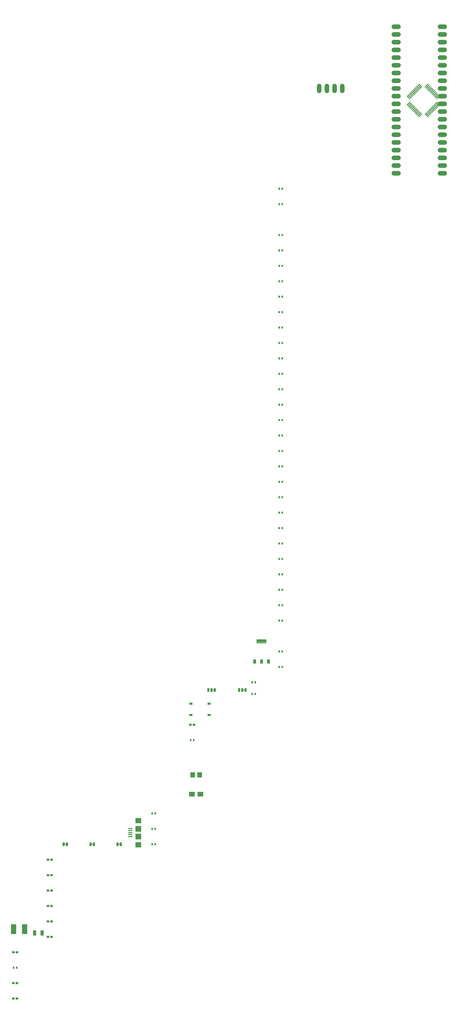
<source format=gbr>
G04 EAGLE Gerber RS-274X export*
G75*
%MOMM*%
%FSLAX34Y34*%
%LPD*%
%INTop Copper*%
%IPPOS*%
%AMOC8*
5,1,8,0,0,1.08239X$1,22.5*%
G01*
%ADD10C,1.524000*%
%ADD11C,0.140000*%
%ADD12R,0.600000X0.700000*%
%ADD13C,0.139500*%
%ADD14C,0.196500*%
%ADD15R,0.660400X1.270000*%
%ADD16R,1.000000X0.750000*%
%ADD17R,0.925000X0.740000*%
%ADD18R,1.550000X1.800000*%
%ADD19R,1.950000X1.500000*%
%ADD20R,1.400000X0.350000*%
%ADD21R,1.900000X1.800000*%
%ADD22R,1.900000X1.900000*%
%ADD23R,1.000000X1.800000*%
%ADD24R,1.700000X3.300000*%

G36*
X-577133Y-1677721D02*
X-577133Y-1677721D01*
X-577110Y-1677717D01*
X-577103Y-1677702D01*
X-577094Y-1677696D01*
X-577096Y-1677686D01*
X-577089Y-1677670D01*
X-577089Y-1675130D01*
X-577101Y-1675111D01*
X-577104Y-1675089D01*
X-577120Y-1675082D01*
X-577126Y-1675073D01*
X-577136Y-1675074D01*
X-577152Y-1675067D01*
X-586105Y-1675067D01*
X-586124Y-1675079D01*
X-586146Y-1675083D01*
X-586153Y-1675098D01*
X-586162Y-1675104D01*
X-586161Y-1675114D01*
X-586168Y-1675130D01*
X-586168Y-1677670D01*
X-586156Y-1677689D01*
X-586152Y-1677711D01*
X-586137Y-1677718D01*
X-586131Y-1677727D01*
X-586121Y-1677726D01*
X-586105Y-1677733D01*
X-577152Y-1677733D01*
X-577133Y-1677721D01*
G37*
G36*
X-475533Y-1677721D02*
X-475533Y-1677721D01*
X-475510Y-1677717D01*
X-475503Y-1677702D01*
X-475494Y-1677696D01*
X-475496Y-1677686D01*
X-475489Y-1677670D01*
X-475489Y-1675130D01*
X-475501Y-1675111D01*
X-475504Y-1675089D01*
X-475520Y-1675082D01*
X-475526Y-1675073D01*
X-475536Y-1675074D01*
X-475552Y-1675067D01*
X-484505Y-1675067D01*
X-484524Y-1675079D01*
X-484546Y-1675083D01*
X-484553Y-1675098D01*
X-484562Y-1675104D01*
X-484561Y-1675114D01*
X-484568Y-1675130D01*
X-484568Y-1677670D01*
X-484556Y-1677689D01*
X-484552Y-1677711D01*
X-484537Y-1677718D01*
X-484531Y-1677727D01*
X-484521Y-1677726D01*
X-484505Y-1677733D01*
X-475552Y-1677733D01*
X-475533Y-1677721D01*
G37*
G36*
X-1064940Y-2185721D02*
X-1064940Y-2185721D01*
X-1064917Y-2185717D01*
X-1064910Y-2185702D01*
X-1064901Y-2185696D01*
X-1064903Y-2185686D01*
X-1064896Y-2185670D01*
X-1064896Y-2183130D01*
X-1064908Y-2183111D01*
X-1064911Y-2183089D01*
X-1064927Y-2183082D01*
X-1064933Y-2183073D01*
X-1064943Y-2183074D01*
X-1064959Y-2183067D01*
X-1073785Y-2183067D01*
X-1073804Y-2183079D01*
X-1073826Y-2183083D01*
X-1073833Y-2183098D01*
X-1073842Y-2183104D01*
X-1073841Y-2183114D01*
X-1073848Y-2183130D01*
X-1073848Y-2185670D01*
X-1073836Y-2185689D01*
X-1073832Y-2185711D01*
X-1073817Y-2185718D01*
X-1073811Y-2185727D01*
X-1073801Y-2185726D01*
X-1073785Y-2185733D01*
X-1064959Y-2185733D01*
X-1064940Y-2185721D01*
G37*
G36*
X-976040Y-2185721D02*
X-976040Y-2185721D01*
X-976017Y-2185717D01*
X-976010Y-2185702D01*
X-976001Y-2185696D01*
X-976003Y-2185686D01*
X-975996Y-2185670D01*
X-975996Y-2183130D01*
X-976008Y-2183111D01*
X-976011Y-2183089D01*
X-976027Y-2183082D01*
X-976033Y-2183073D01*
X-976043Y-2183074D01*
X-976059Y-2183067D01*
X-984885Y-2183067D01*
X-984904Y-2183079D01*
X-984926Y-2183083D01*
X-984933Y-2183098D01*
X-984942Y-2183104D01*
X-984941Y-2183114D01*
X-984948Y-2183130D01*
X-984948Y-2185670D01*
X-984936Y-2185689D01*
X-984932Y-2185711D01*
X-984917Y-2185718D01*
X-984911Y-2185727D01*
X-984901Y-2185726D01*
X-984885Y-2185733D01*
X-976059Y-2185733D01*
X-976040Y-2185721D01*
G37*
G36*
X-887140Y-2185721D02*
X-887140Y-2185721D01*
X-887117Y-2185717D01*
X-887110Y-2185702D01*
X-887101Y-2185696D01*
X-887103Y-2185686D01*
X-887096Y-2185670D01*
X-887096Y-2183130D01*
X-887108Y-2183111D01*
X-887111Y-2183089D01*
X-887127Y-2183082D01*
X-887133Y-2183073D01*
X-887143Y-2183074D01*
X-887159Y-2183067D01*
X-895985Y-2183067D01*
X-896004Y-2183079D01*
X-896026Y-2183083D01*
X-896033Y-2183098D01*
X-896042Y-2183104D01*
X-896041Y-2183114D01*
X-896048Y-2183130D01*
X-896048Y-2185670D01*
X-896036Y-2185689D01*
X-896032Y-2185711D01*
X-896017Y-2185718D01*
X-896011Y-2185727D01*
X-896001Y-2185726D01*
X-895985Y-2185733D01*
X-887159Y-2185733D01*
X-887140Y-2185721D01*
G37*
D10*
X33020Y25400D02*
X17780Y25400D01*
X17780Y50800D02*
X33020Y50800D01*
X33020Y76200D02*
X17780Y76200D01*
X17780Y101600D02*
X33020Y101600D01*
X33020Y127000D02*
X17780Y127000D01*
X17780Y152400D02*
X33020Y152400D01*
X33020Y177800D02*
X17780Y177800D01*
X17780Y203200D02*
X33020Y203200D01*
X33020Y228600D02*
X17780Y228600D01*
X17780Y254000D02*
X33020Y254000D01*
X33020Y279400D02*
X17780Y279400D01*
X17780Y304800D02*
X33020Y304800D01*
X33020Y330200D02*
X17780Y330200D01*
X17780Y355600D02*
X33020Y355600D01*
X33020Y381000D02*
X17780Y381000D01*
X17780Y406400D02*
X33020Y406400D01*
X33020Y431800D02*
X17780Y431800D01*
X17780Y457200D02*
X33020Y457200D01*
X33020Y482600D02*
X17780Y482600D01*
X17780Y508000D02*
X33020Y508000D01*
X170180Y25400D02*
X185420Y25400D01*
X185420Y50800D02*
X170180Y50800D01*
X170180Y76200D02*
X185420Y76200D01*
X185420Y101600D02*
X170180Y101600D01*
X170180Y127000D02*
X185420Y127000D01*
X185420Y152400D02*
X170180Y152400D01*
X170180Y177800D02*
X185420Y177800D01*
X185420Y203200D02*
X170180Y203200D01*
X170180Y228600D02*
X185420Y228600D01*
X185420Y254000D02*
X170180Y254000D01*
X170180Y279400D02*
X185420Y279400D01*
X185420Y304800D02*
X170180Y304800D01*
X170180Y330200D02*
X185420Y330200D01*
X185420Y355600D02*
X170180Y355600D01*
X170180Y381000D02*
X185420Y381000D01*
X185420Y406400D02*
X170180Y406400D01*
X170180Y431800D02*
X185420Y431800D01*
X185420Y457200D02*
X170180Y457200D01*
X170180Y482600D02*
X185420Y482600D01*
X185420Y508000D02*
X170180Y508000D01*
X-228600Y312420D02*
X-228600Y297180D01*
X-203200Y297180D02*
X-203200Y312420D01*
X-177800Y312420D02*
X-177800Y297180D01*
X-152400Y297180D02*
X-152400Y312420D01*
D11*
X119597Y220523D02*
X120587Y221513D01*
X130627Y211473D01*
X129637Y210483D01*
X119597Y220523D01*
X128307Y211813D02*
X130287Y211813D01*
X128957Y213143D02*
X126977Y213143D01*
X127627Y214473D02*
X125647Y214473D01*
X126297Y215803D02*
X124317Y215803D01*
X124967Y217133D02*
X122987Y217133D01*
X123637Y218463D02*
X121657Y218463D01*
X122307Y219793D02*
X120327Y219793D01*
X120197Y221123D02*
X120977Y221123D01*
X123132Y224058D02*
X124122Y225048D01*
X134162Y215008D01*
X133172Y214018D01*
X123132Y224058D01*
X131842Y215348D02*
X133822Y215348D01*
X132492Y216678D02*
X130512Y216678D01*
X131162Y218008D02*
X129182Y218008D01*
X129832Y219338D02*
X127852Y219338D01*
X128502Y220668D02*
X126522Y220668D01*
X127172Y221998D02*
X125192Y221998D01*
X125842Y223328D02*
X123862Y223328D01*
X123732Y224658D02*
X124512Y224658D01*
X126668Y227594D02*
X127658Y228584D01*
X137698Y218544D01*
X136708Y217554D01*
X126668Y227594D01*
X135378Y218884D02*
X137358Y218884D01*
X136028Y220214D02*
X134048Y220214D01*
X134698Y221544D02*
X132718Y221544D01*
X133368Y222874D02*
X131388Y222874D01*
X132038Y224204D02*
X130058Y224204D01*
X130708Y225534D02*
X128728Y225534D01*
X129378Y226864D02*
X127398Y226864D01*
X127268Y228194D02*
X128048Y228194D01*
X130203Y231129D02*
X131193Y232119D01*
X141233Y222079D01*
X140243Y221089D01*
X130203Y231129D01*
X138913Y222419D02*
X140893Y222419D01*
X139563Y223749D02*
X137583Y223749D01*
X138233Y225079D02*
X136253Y225079D01*
X136903Y226409D02*
X134923Y226409D01*
X135573Y227739D02*
X133593Y227739D01*
X134243Y229069D02*
X132263Y229069D01*
X132913Y230399D02*
X130933Y230399D01*
X130803Y231729D02*
X131583Y231729D01*
X133739Y234665D02*
X134729Y235655D01*
X144769Y225615D01*
X143779Y224625D01*
X133739Y234665D01*
X142449Y225955D02*
X144429Y225955D01*
X143099Y227285D02*
X141119Y227285D01*
X141769Y228615D02*
X139789Y228615D01*
X140439Y229945D02*
X138459Y229945D01*
X139109Y231275D02*
X137129Y231275D01*
X137779Y232605D02*
X135799Y232605D01*
X136449Y233935D02*
X134469Y233935D01*
X134339Y235265D02*
X135119Y235265D01*
X137274Y238200D02*
X138264Y239190D01*
X148304Y229150D01*
X147314Y228160D01*
X137274Y238200D01*
X145984Y229490D02*
X147964Y229490D01*
X146634Y230820D02*
X144654Y230820D01*
X145304Y232150D02*
X143324Y232150D01*
X143974Y233480D02*
X141994Y233480D01*
X142644Y234810D02*
X140664Y234810D01*
X141314Y236140D02*
X139334Y236140D01*
X139984Y237470D02*
X138004Y237470D01*
X137874Y238800D02*
X138654Y238800D01*
X140810Y241736D02*
X141800Y242726D01*
X151840Y232686D01*
X150850Y231696D01*
X140810Y241736D01*
X149520Y233026D02*
X151500Y233026D01*
X150170Y234356D02*
X148190Y234356D01*
X148840Y235686D02*
X146860Y235686D01*
X147510Y237016D02*
X145530Y237016D01*
X146180Y238346D02*
X144200Y238346D01*
X144850Y239676D02*
X142870Y239676D01*
X143520Y241006D02*
X141540Y241006D01*
X141410Y242336D02*
X142190Y242336D01*
X144345Y245271D02*
X145335Y246261D01*
X155375Y236221D01*
X154385Y235231D01*
X144345Y245271D01*
X153055Y236561D02*
X155035Y236561D01*
X153705Y237891D02*
X151725Y237891D01*
X152375Y239221D02*
X150395Y239221D01*
X151045Y240551D02*
X149065Y240551D01*
X149715Y241881D02*
X147735Y241881D01*
X148385Y243211D02*
X146405Y243211D01*
X147055Y244541D02*
X145075Y244541D01*
X144945Y245871D02*
X145725Y245871D01*
X147881Y248807D02*
X148871Y249797D01*
X158911Y239757D01*
X157921Y238767D01*
X147881Y248807D01*
X156591Y240097D02*
X158571Y240097D01*
X157241Y241427D02*
X155261Y241427D01*
X155911Y242757D02*
X153931Y242757D01*
X154581Y244087D02*
X152601Y244087D01*
X153251Y245417D02*
X151271Y245417D01*
X151921Y246747D02*
X149941Y246747D01*
X150591Y248077D02*
X148611Y248077D01*
X148481Y249407D02*
X149261Y249407D01*
X151416Y252342D02*
X152406Y253332D01*
X162446Y243292D01*
X161456Y242302D01*
X151416Y252342D01*
X160126Y243632D02*
X162106Y243632D01*
X160776Y244962D02*
X158796Y244962D01*
X159446Y246292D02*
X157466Y246292D01*
X158116Y247622D02*
X156136Y247622D01*
X156786Y248952D02*
X154806Y248952D01*
X155456Y250282D02*
X153476Y250282D01*
X154126Y251612D02*
X152146Y251612D01*
X152016Y252942D02*
X152796Y252942D01*
X154952Y255878D02*
X155942Y256868D01*
X165982Y246828D01*
X164992Y245838D01*
X154952Y255878D01*
X163662Y247168D02*
X165642Y247168D01*
X164312Y248498D02*
X162332Y248498D01*
X162982Y249828D02*
X161002Y249828D01*
X161652Y251158D02*
X159672Y251158D01*
X160322Y252488D02*
X158342Y252488D01*
X158992Y253818D02*
X157012Y253818D01*
X157662Y255148D02*
X155682Y255148D01*
X155552Y256478D02*
X156332Y256478D01*
X158487Y259413D02*
X159477Y260403D01*
X169517Y250363D01*
X168527Y249373D01*
X158487Y259413D01*
X167197Y250703D02*
X169177Y250703D01*
X167847Y252033D02*
X165867Y252033D01*
X166517Y253363D02*
X164537Y253363D01*
X165187Y254693D02*
X163207Y254693D01*
X163857Y256023D02*
X161877Y256023D01*
X162527Y257353D02*
X160547Y257353D01*
X161197Y258683D02*
X159217Y258683D01*
X159087Y260013D02*
X159867Y260013D01*
X169517Y279637D02*
X168527Y280627D01*
X169517Y279637D02*
X159477Y269597D01*
X158487Y270587D01*
X168527Y280627D01*
X160807Y270927D02*
X158827Y270927D01*
X160157Y272257D02*
X162137Y272257D01*
X161487Y273587D02*
X163467Y273587D01*
X162817Y274917D02*
X164797Y274917D01*
X164147Y276247D02*
X166127Y276247D01*
X165477Y277577D02*
X167457Y277577D01*
X166807Y278907D02*
X168787Y278907D01*
X168917Y280237D02*
X168137Y280237D01*
X165982Y283172D02*
X164992Y284162D01*
X165982Y283172D02*
X155942Y273132D01*
X154952Y274122D01*
X164992Y284162D01*
X157272Y274462D02*
X155292Y274462D01*
X156622Y275792D02*
X158602Y275792D01*
X157952Y277122D02*
X159932Y277122D01*
X159282Y278452D02*
X161262Y278452D01*
X160612Y279782D02*
X162592Y279782D01*
X161942Y281112D02*
X163922Y281112D01*
X163272Y282442D02*
X165252Y282442D01*
X165382Y283772D02*
X164602Y283772D01*
X162446Y286708D02*
X161456Y287698D01*
X162446Y286708D02*
X152406Y276668D01*
X151416Y277658D01*
X161456Y287698D01*
X153736Y277998D02*
X151756Y277998D01*
X153086Y279328D02*
X155066Y279328D01*
X154416Y280658D02*
X156396Y280658D01*
X155746Y281988D02*
X157726Y281988D01*
X157076Y283318D02*
X159056Y283318D01*
X158406Y284648D02*
X160386Y284648D01*
X159736Y285978D02*
X161716Y285978D01*
X161846Y287308D02*
X161066Y287308D01*
X158911Y290243D02*
X157921Y291233D01*
X158911Y290243D02*
X148871Y280203D01*
X147881Y281193D01*
X157921Y291233D01*
X150201Y281533D02*
X148221Y281533D01*
X149551Y282863D02*
X151531Y282863D01*
X150881Y284193D02*
X152861Y284193D01*
X152211Y285523D02*
X154191Y285523D01*
X153541Y286853D02*
X155521Y286853D01*
X154871Y288183D02*
X156851Y288183D01*
X156201Y289513D02*
X158181Y289513D01*
X158311Y290843D02*
X157531Y290843D01*
X155375Y293779D02*
X154385Y294769D01*
X155375Y293779D02*
X145335Y283739D01*
X144345Y284729D01*
X154385Y294769D01*
X146665Y285069D02*
X144685Y285069D01*
X146015Y286399D02*
X147995Y286399D01*
X147345Y287729D02*
X149325Y287729D01*
X148675Y289059D02*
X150655Y289059D01*
X150005Y290389D02*
X151985Y290389D01*
X151335Y291719D02*
X153315Y291719D01*
X152665Y293049D02*
X154645Y293049D01*
X154775Y294379D02*
X153995Y294379D01*
X151840Y297314D02*
X150850Y298304D01*
X151840Y297314D02*
X141800Y287274D01*
X140810Y288264D01*
X150850Y298304D01*
X143130Y288604D02*
X141150Y288604D01*
X142480Y289934D02*
X144460Y289934D01*
X143810Y291264D02*
X145790Y291264D01*
X145140Y292594D02*
X147120Y292594D01*
X146470Y293924D02*
X148450Y293924D01*
X147800Y295254D02*
X149780Y295254D01*
X149130Y296584D02*
X151110Y296584D01*
X151240Y297914D02*
X150460Y297914D01*
X148304Y300850D02*
X147314Y301840D01*
X148304Y300850D02*
X138264Y290810D01*
X137274Y291800D01*
X147314Y301840D01*
X139594Y292140D02*
X137614Y292140D01*
X138944Y293470D02*
X140924Y293470D01*
X140274Y294800D02*
X142254Y294800D01*
X141604Y296130D02*
X143584Y296130D01*
X142934Y297460D02*
X144914Y297460D01*
X144264Y298790D02*
X146244Y298790D01*
X145594Y300120D02*
X147574Y300120D01*
X147704Y301450D02*
X146924Y301450D01*
X144769Y304385D02*
X143779Y305375D01*
X144769Y304385D02*
X134729Y294345D01*
X133739Y295335D01*
X143779Y305375D01*
X136059Y295675D02*
X134079Y295675D01*
X135409Y297005D02*
X137389Y297005D01*
X136739Y298335D02*
X138719Y298335D01*
X138069Y299665D02*
X140049Y299665D01*
X139399Y300995D02*
X141379Y300995D01*
X140729Y302325D02*
X142709Y302325D01*
X142059Y303655D02*
X144039Y303655D01*
X144169Y304985D02*
X143389Y304985D01*
X141233Y307921D02*
X140243Y308911D01*
X141233Y307921D02*
X131193Y297881D01*
X130203Y298871D01*
X140243Y308911D01*
X132523Y299211D02*
X130543Y299211D01*
X131873Y300541D02*
X133853Y300541D01*
X133203Y301871D02*
X135183Y301871D01*
X134533Y303201D02*
X136513Y303201D01*
X135863Y304531D02*
X137843Y304531D01*
X137193Y305861D02*
X139173Y305861D01*
X138523Y307191D02*
X140503Y307191D01*
X140633Y308521D02*
X139853Y308521D01*
X137698Y311456D02*
X136708Y312446D01*
X137698Y311456D02*
X127658Y301416D01*
X126668Y302406D01*
X136708Y312446D01*
X128988Y302746D02*
X127008Y302746D01*
X128338Y304076D02*
X130318Y304076D01*
X129668Y305406D02*
X131648Y305406D01*
X130998Y306736D02*
X132978Y306736D01*
X132328Y308066D02*
X134308Y308066D01*
X133658Y309396D02*
X135638Y309396D01*
X134988Y310726D02*
X136968Y310726D01*
X137098Y312056D02*
X136318Y312056D01*
X134162Y314992D02*
X133172Y315982D01*
X134162Y314992D02*
X124122Y304952D01*
X123132Y305942D01*
X133172Y315982D01*
X125452Y306282D02*
X123472Y306282D01*
X124802Y307612D02*
X126782Y307612D01*
X126132Y308942D02*
X128112Y308942D01*
X127462Y310272D02*
X129442Y310272D01*
X128792Y311602D02*
X130772Y311602D01*
X130122Y312932D02*
X132102Y312932D01*
X131452Y314262D02*
X133432Y314262D01*
X133562Y315592D02*
X132782Y315592D01*
X130627Y318527D02*
X129637Y319517D01*
X130627Y318527D02*
X120587Y308487D01*
X119597Y309477D01*
X129637Y319517D01*
X121917Y309817D02*
X119937Y309817D01*
X121267Y311147D02*
X123247Y311147D01*
X122597Y312477D02*
X124577Y312477D01*
X123927Y313807D02*
X125907Y313807D01*
X125257Y315137D02*
X127237Y315137D01*
X126587Y316467D02*
X128567Y316467D01*
X127917Y317797D02*
X129897Y317797D01*
X130027Y319127D02*
X129247Y319127D01*
X100363Y319517D02*
X99373Y318527D01*
X100363Y319517D02*
X110403Y309477D01*
X109413Y308487D01*
X99373Y318527D01*
X108083Y309817D02*
X110063Y309817D01*
X108733Y311147D02*
X106753Y311147D01*
X107403Y312477D02*
X105423Y312477D01*
X106073Y313807D02*
X104093Y313807D01*
X104743Y315137D02*
X102763Y315137D01*
X103413Y316467D02*
X101433Y316467D01*
X102083Y317797D02*
X100103Y317797D01*
X99973Y319127D02*
X100753Y319127D01*
X96828Y315982D02*
X95838Y314992D01*
X96828Y315982D02*
X106868Y305942D01*
X105878Y304952D01*
X95838Y314992D01*
X104548Y306282D02*
X106528Y306282D01*
X105198Y307612D02*
X103218Y307612D01*
X103868Y308942D02*
X101888Y308942D01*
X102538Y310272D02*
X100558Y310272D01*
X101208Y311602D02*
X99228Y311602D01*
X99878Y312932D02*
X97898Y312932D01*
X98548Y314262D02*
X96568Y314262D01*
X96438Y315592D02*
X97218Y315592D01*
X93292Y312446D02*
X92302Y311456D01*
X93292Y312446D02*
X103332Y302406D01*
X102342Y301416D01*
X92302Y311456D01*
X101012Y302746D02*
X102992Y302746D01*
X101662Y304076D02*
X99682Y304076D01*
X100332Y305406D02*
X98352Y305406D01*
X99002Y306736D02*
X97022Y306736D01*
X97672Y308066D02*
X95692Y308066D01*
X96342Y309396D02*
X94362Y309396D01*
X95012Y310726D02*
X93032Y310726D01*
X92902Y312056D02*
X93682Y312056D01*
X89757Y308911D02*
X88767Y307921D01*
X89757Y308911D02*
X99797Y298871D01*
X98807Y297881D01*
X88767Y307921D01*
X97477Y299211D02*
X99457Y299211D01*
X98127Y300541D02*
X96147Y300541D01*
X96797Y301871D02*
X94817Y301871D01*
X95467Y303201D02*
X93487Y303201D01*
X94137Y304531D02*
X92157Y304531D01*
X92807Y305861D02*
X90827Y305861D01*
X91477Y307191D02*
X89497Y307191D01*
X89367Y308521D02*
X90147Y308521D01*
X86221Y305375D02*
X85231Y304385D01*
X86221Y305375D02*
X96261Y295335D01*
X95271Y294345D01*
X85231Y304385D01*
X93941Y295675D02*
X95921Y295675D01*
X94591Y297005D02*
X92611Y297005D01*
X93261Y298335D02*
X91281Y298335D01*
X91931Y299665D02*
X89951Y299665D01*
X90601Y300995D02*
X88621Y300995D01*
X89271Y302325D02*
X87291Y302325D01*
X87941Y303655D02*
X85961Y303655D01*
X85831Y304985D02*
X86611Y304985D01*
X82686Y301840D02*
X81696Y300850D01*
X82686Y301840D02*
X92726Y291800D01*
X91736Y290810D01*
X81696Y300850D01*
X90406Y292140D02*
X92386Y292140D01*
X91056Y293470D02*
X89076Y293470D01*
X89726Y294800D02*
X87746Y294800D01*
X88396Y296130D02*
X86416Y296130D01*
X87066Y297460D02*
X85086Y297460D01*
X85736Y298790D02*
X83756Y298790D01*
X84406Y300120D02*
X82426Y300120D01*
X82296Y301450D02*
X83076Y301450D01*
X79150Y298304D02*
X78160Y297314D01*
X79150Y298304D02*
X89190Y288264D01*
X88200Y287274D01*
X78160Y297314D01*
X86870Y288604D02*
X88850Y288604D01*
X87520Y289934D02*
X85540Y289934D01*
X86190Y291264D02*
X84210Y291264D01*
X84860Y292594D02*
X82880Y292594D01*
X83530Y293924D02*
X81550Y293924D01*
X82200Y295254D02*
X80220Y295254D01*
X80870Y296584D02*
X78890Y296584D01*
X78760Y297914D02*
X79540Y297914D01*
X75615Y294769D02*
X74625Y293779D01*
X75615Y294769D02*
X85655Y284729D01*
X84665Y283739D01*
X74625Y293779D01*
X83335Y285069D02*
X85315Y285069D01*
X83985Y286399D02*
X82005Y286399D01*
X82655Y287729D02*
X80675Y287729D01*
X81325Y289059D02*
X79345Y289059D01*
X79995Y290389D02*
X78015Y290389D01*
X78665Y291719D02*
X76685Y291719D01*
X77335Y293049D02*
X75355Y293049D01*
X75225Y294379D02*
X76005Y294379D01*
X72079Y291233D02*
X71089Y290243D01*
X72079Y291233D02*
X82119Y281193D01*
X81129Y280203D01*
X71089Y290243D01*
X79799Y281533D02*
X81779Y281533D01*
X80449Y282863D02*
X78469Y282863D01*
X79119Y284193D02*
X77139Y284193D01*
X77789Y285523D02*
X75809Y285523D01*
X76459Y286853D02*
X74479Y286853D01*
X75129Y288183D02*
X73149Y288183D01*
X73799Y289513D02*
X71819Y289513D01*
X71689Y290843D02*
X72469Y290843D01*
X68544Y287698D02*
X67554Y286708D01*
X68544Y287698D02*
X78584Y277658D01*
X77594Y276668D01*
X67554Y286708D01*
X76264Y277998D02*
X78244Y277998D01*
X76914Y279328D02*
X74934Y279328D01*
X75584Y280658D02*
X73604Y280658D01*
X74254Y281988D02*
X72274Y281988D01*
X72924Y283318D02*
X70944Y283318D01*
X71594Y284648D02*
X69614Y284648D01*
X70264Y285978D02*
X68284Y285978D01*
X68154Y287308D02*
X68934Y287308D01*
X65008Y284162D02*
X64018Y283172D01*
X65008Y284162D02*
X75048Y274122D01*
X74058Y273132D01*
X64018Y283172D01*
X72728Y274462D02*
X74708Y274462D01*
X73378Y275792D02*
X71398Y275792D01*
X72048Y277122D02*
X70068Y277122D01*
X70718Y278452D02*
X68738Y278452D01*
X69388Y279782D02*
X67408Y279782D01*
X68058Y281112D02*
X66078Y281112D01*
X66728Y282442D02*
X64748Y282442D01*
X64618Y283772D02*
X65398Y283772D01*
X61473Y280627D02*
X60483Y279637D01*
X61473Y280627D02*
X71513Y270587D01*
X70523Y269597D01*
X60483Y279637D01*
X69193Y270927D02*
X71173Y270927D01*
X69843Y272257D02*
X67863Y272257D01*
X68513Y273587D02*
X66533Y273587D01*
X67183Y274917D02*
X65203Y274917D01*
X65853Y276247D02*
X63873Y276247D01*
X64523Y277577D02*
X62543Y277577D01*
X63193Y278907D02*
X61213Y278907D01*
X61083Y280237D02*
X61863Y280237D01*
X70523Y260403D02*
X71513Y259413D01*
X61473Y249373D01*
X60483Y250363D01*
X70523Y260403D01*
X62803Y250703D02*
X60823Y250703D01*
X62153Y252033D02*
X64133Y252033D01*
X63483Y253363D02*
X65463Y253363D01*
X64813Y254693D02*
X66793Y254693D01*
X66143Y256023D02*
X68123Y256023D01*
X67473Y257353D02*
X69453Y257353D01*
X68803Y258683D02*
X70783Y258683D01*
X70913Y260013D02*
X70133Y260013D01*
X74058Y256868D02*
X75048Y255878D01*
X65008Y245838D01*
X64018Y246828D01*
X74058Y256868D01*
X66338Y247168D02*
X64358Y247168D01*
X65688Y248498D02*
X67668Y248498D01*
X67018Y249828D02*
X68998Y249828D01*
X68348Y251158D02*
X70328Y251158D01*
X69678Y252488D02*
X71658Y252488D01*
X71008Y253818D02*
X72988Y253818D01*
X72338Y255148D02*
X74318Y255148D01*
X74448Y256478D02*
X73668Y256478D01*
X77594Y253332D02*
X78584Y252342D01*
X68544Y242302D01*
X67554Y243292D01*
X77594Y253332D01*
X69874Y243632D02*
X67894Y243632D01*
X69224Y244962D02*
X71204Y244962D01*
X70554Y246292D02*
X72534Y246292D01*
X71884Y247622D02*
X73864Y247622D01*
X73214Y248952D02*
X75194Y248952D01*
X74544Y250282D02*
X76524Y250282D01*
X75874Y251612D02*
X77854Y251612D01*
X77984Y252942D02*
X77204Y252942D01*
X81129Y249797D02*
X82119Y248807D01*
X72079Y238767D01*
X71089Y239757D01*
X81129Y249797D01*
X73409Y240097D02*
X71429Y240097D01*
X72759Y241427D02*
X74739Y241427D01*
X74089Y242757D02*
X76069Y242757D01*
X75419Y244087D02*
X77399Y244087D01*
X76749Y245417D02*
X78729Y245417D01*
X78079Y246747D02*
X80059Y246747D01*
X79409Y248077D02*
X81389Y248077D01*
X81519Y249407D02*
X80739Y249407D01*
X84665Y246261D02*
X85655Y245271D01*
X75615Y235231D01*
X74625Y236221D01*
X84665Y246261D01*
X76945Y236561D02*
X74965Y236561D01*
X76295Y237891D02*
X78275Y237891D01*
X77625Y239221D02*
X79605Y239221D01*
X78955Y240551D02*
X80935Y240551D01*
X80285Y241881D02*
X82265Y241881D01*
X81615Y243211D02*
X83595Y243211D01*
X82945Y244541D02*
X84925Y244541D01*
X85055Y245871D02*
X84275Y245871D01*
X88200Y242726D02*
X89190Y241736D01*
X79150Y231696D01*
X78160Y232686D01*
X88200Y242726D01*
X80480Y233026D02*
X78500Y233026D01*
X79830Y234356D02*
X81810Y234356D01*
X81160Y235686D02*
X83140Y235686D01*
X82490Y237016D02*
X84470Y237016D01*
X83820Y238346D02*
X85800Y238346D01*
X85150Y239676D02*
X87130Y239676D01*
X86480Y241006D02*
X88460Y241006D01*
X88590Y242336D02*
X87810Y242336D01*
X91736Y239190D02*
X92726Y238200D01*
X82686Y228160D01*
X81696Y229150D01*
X91736Y239190D01*
X84016Y229490D02*
X82036Y229490D01*
X83366Y230820D02*
X85346Y230820D01*
X84696Y232150D02*
X86676Y232150D01*
X86026Y233480D02*
X88006Y233480D01*
X87356Y234810D02*
X89336Y234810D01*
X88686Y236140D02*
X90666Y236140D01*
X90016Y237470D02*
X91996Y237470D01*
X92126Y238800D02*
X91346Y238800D01*
X95271Y235655D02*
X96261Y234665D01*
X86221Y224625D01*
X85231Y225615D01*
X95271Y235655D01*
X87551Y225955D02*
X85571Y225955D01*
X86901Y227285D02*
X88881Y227285D01*
X88231Y228615D02*
X90211Y228615D01*
X89561Y229945D02*
X91541Y229945D01*
X90891Y231275D02*
X92871Y231275D01*
X92221Y232605D02*
X94201Y232605D01*
X93551Y233935D02*
X95531Y233935D01*
X95661Y235265D02*
X94881Y235265D01*
X98807Y232119D02*
X99797Y231129D01*
X89757Y221089D01*
X88767Y222079D01*
X98807Y232119D01*
X91087Y222419D02*
X89107Y222419D01*
X90437Y223749D02*
X92417Y223749D01*
X91767Y225079D02*
X93747Y225079D01*
X93097Y226409D02*
X95077Y226409D01*
X94427Y227739D02*
X96407Y227739D01*
X95757Y229069D02*
X97737Y229069D01*
X97087Y230399D02*
X99067Y230399D01*
X99197Y231729D02*
X98417Y231729D01*
X102342Y228584D02*
X103332Y227594D01*
X93292Y217554D01*
X92302Y218544D01*
X102342Y228584D01*
X94622Y218884D02*
X92642Y218884D01*
X93972Y220214D02*
X95952Y220214D01*
X95302Y221544D02*
X97282Y221544D01*
X96632Y222874D02*
X98612Y222874D01*
X97962Y224204D02*
X99942Y224204D01*
X99292Y225534D02*
X101272Y225534D01*
X100622Y226864D02*
X102602Y226864D01*
X102732Y228194D02*
X101952Y228194D01*
X105878Y225048D02*
X106868Y224058D01*
X96828Y214018D01*
X95838Y215008D01*
X105878Y225048D01*
X98158Y215348D02*
X96178Y215348D01*
X97508Y216678D02*
X99488Y216678D01*
X98838Y218008D02*
X100818Y218008D01*
X100168Y219338D02*
X102148Y219338D01*
X101498Y220668D02*
X103478Y220668D01*
X102828Y221998D02*
X104808Y221998D01*
X104158Y223328D02*
X106138Y223328D01*
X106268Y224658D02*
X105488Y224658D01*
X109413Y221513D02*
X110403Y220523D01*
X100363Y210483D01*
X99373Y211473D01*
X109413Y221513D01*
X101693Y211813D02*
X99713Y211813D01*
X101043Y213143D02*
X103023Y213143D01*
X102373Y214473D02*
X104353Y214473D01*
X103703Y215803D02*
X105683Y215803D01*
X105033Y217133D02*
X107013Y217133D01*
X106363Y218463D02*
X108343Y218463D01*
X107693Y219793D02*
X109673Y219793D01*
X109803Y221123D02*
X109023Y221123D01*
D12*
X-360600Y-25400D03*
X-350600Y-25400D03*
X-360600Y-76200D03*
X-350600Y-76200D03*
X-360600Y-177800D03*
X-350600Y-177800D03*
X-360600Y-228600D03*
X-350600Y-228600D03*
X-360600Y-279400D03*
X-350600Y-279400D03*
X-360600Y-330200D03*
X-350600Y-330200D03*
X-360600Y-381000D03*
X-350600Y-381000D03*
X-360600Y-431800D03*
X-350600Y-431800D03*
X-360600Y-482600D03*
X-350600Y-482600D03*
X-360600Y-533400D03*
X-350600Y-533400D03*
X-360600Y-584200D03*
X-350600Y-584200D03*
X-360600Y-635000D03*
X-350600Y-635000D03*
X-360600Y-685800D03*
X-350600Y-685800D03*
X-360600Y-736600D03*
X-350600Y-736600D03*
X-360600Y-787400D03*
X-350600Y-787400D03*
X-360600Y-838200D03*
X-350600Y-838200D03*
X-360600Y-889000D03*
X-350600Y-889000D03*
X-360600Y-939800D03*
X-350600Y-939800D03*
X-360600Y-990600D03*
X-350600Y-990600D03*
X-360600Y-1041400D03*
X-350600Y-1041400D03*
X-360600Y-1092200D03*
X-350600Y-1092200D03*
X-360600Y-1143000D03*
X-350600Y-1143000D03*
X-360600Y-1193800D03*
X-350600Y-1193800D03*
X-360600Y-1244600D03*
X-350600Y-1244600D03*
X-360600Y-1295400D03*
X-350600Y-1295400D03*
X-360600Y-1346200D03*
X-350600Y-1346200D03*
X-360600Y-1397000D03*
X-350600Y-1397000D03*
X-360600Y-1447800D03*
X-350600Y-1447800D03*
X-360600Y-1549400D03*
X-350600Y-1549400D03*
X-360600Y-1600200D03*
X-350600Y-1600200D03*
D13*
X-438047Y-1588703D02*
X-445953Y-1588703D01*
X-445953Y-1576997D01*
X-438047Y-1576997D01*
X-438047Y-1588703D01*
X-438047Y-1587378D02*
X-445953Y-1587378D01*
X-445953Y-1586053D02*
X-438047Y-1586053D01*
X-438047Y-1584728D02*
X-445953Y-1584728D01*
X-445953Y-1583403D02*
X-438047Y-1583403D01*
X-438047Y-1582078D02*
X-445953Y-1582078D01*
X-445953Y-1580753D02*
X-438047Y-1580753D01*
X-438047Y-1579428D02*
X-445953Y-1579428D01*
X-445953Y-1578103D02*
X-438047Y-1578103D01*
X-423053Y-1588703D02*
X-415147Y-1588703D01*
X-423053Y-1588703D02*
X-423053Y-1576997D01*
X-415147Y-1576997D01*
X-415147Y-1588703D01*
X-415147Y-1587378D02*
X-423053Y-1587378D01*
X-423053Y-1586053D02*
X-415147Y-1586053D01*
X-415147Y-1584728D02*
X-423053Y-1584728D01*
X-423053Y-1583403D02*
X-415147Y-1583403D01*
X-415147Y-1582078D02*
X-423053Y-1582078D01*
X-423053Y-1580753D02*
X-415147Y-1580753D01*
X-415147Y-1579428D02*
X-423053Y-1579428D01*
X-423053Y-1578103D02*
X-415147Y-1578103D01*
X-400153Y-1588703D02*
X-392247Y-1588703D01*
X-400153Y-1588703D02*
X-400153Y-1576997D01*
X-392247Y-1576997D01*
X-392247Y-1588703D01*
X-392247Y-1587378D02*
X-400153Y-1587378D01*
X-400153Y-1586053D02*
X-392247Y-1586053D01*
X-392247Y-1584728D02*
X-400153Y-1584728D01*
X-400153Y-1583403D02*
X-392247Y-1583403D01*
X-392247Y-1582078D02*
X-400153Y-1582078D01*
X-400153Y-1580753D02*
X-392247Y-1580753D01*
X-392247Y-1579428D02*
X-400153Y-1579428D01*
X-400153Y-1578103D02*
X-392247Y-1578103D01*
D14*
X-403882Y-1521518D02*
X-434318Y-1521518D01*
X-434318Y-1510382D01*
X-403882Y-1510382D01*
X-403882Y-1521518D01*
X-403882Y-1519651D02*
X-434318Y-1519651D01*
X-434318Y-1517784D02*
X-403882Y-1517784D01*
X-403882Y-1515917D02*
X-434318Y-1515917D01*
X-434318Y-1514050D02*
X-403882Y-1514050D01*
X-403882Y-1512183D02*
X-434318Y-1512183D01*
D12*
X-449500Y-1651000D03*
X-439500Y-1651000D03*
X-449500Y-1689100D03*
X-439500Y-1689100D03*
D15*
X-493014Y-1676400D03*
X-482600Y-1676400D03*
X-472186Y-1676400D03*
X-594614Y-1676400D03*
X-584200Y-1676400D03*
X-573786Y-1676400D03*
D16*
X-592300Y-1721150D03*
X-652300Y-1721150D03*
X-652300Y-1758650D03*
X-592300Y-1758650D03*
D17*
X-653700Y-1790700D03*
X-641700Y-1790700D03*
D12*
X-652700Y-1841500D03*
X-642700Y-1841500D03*
D18*
X-623250Y-1955800D03*
X-646750Y-1955800D03*
D19*
X-621250Y-2019300D03*
X-648750Y-2019300D03*
D12*
X-779700Y-2082800D03*
X-769700Y-2082800D03*
X-779700Y-2133600D03*
X-769700Y-2133600D03*
X-779700Y-2184400D03*
X-769700Y-2184400D03*
D20*
X-852000Y-2159300D03*
X-852000Y-2133300D03*
X-852000Y-2152800D03*
X-852000Y-2146300D03*
X-852000Y-2139800D03*
D21*
X-825500Y-2186300D03*
X-825500Y-2106300D03*
D22*
X-825500Y-2159000D03*
X-825500Y-2133600D03*
D15*
X-894207Y-2184400D03*
X-883793Y-2184400D03*
X-983107Y-2184400D03*
X-972693Y-2184400D03*
X-1072007Y-2184400D03*
X-1061593Y-2184400D03*
D17*
X-1123600Y-2235200D03*
X-1111600Y-2235200D03*
X-1123600Y-2286000D03*
X-1111600Y-2286000D03*
X-1123600Y-2336800D03*
X-1111600Y-2336800D03*
X-1123600Y-2387600D03*
X-1111600Y-2387600D03*
X-1123600Y-2438400D03*
X-1111600Y-2438400D03*
X-1123600Y-2489200D03*
X-1111600Y-2489200D03*
D23*
X-1168200Y-2476500D03*
X-1143200Y-2476500D03*
D24*
X-1237700Y-2463800D03*
X-1200700Y-2463800D03*
D17*
X-1237900Y-2540000D03*
X-1225900Y-2540000D03*
D12*
X-1236900Y-2590800D03*
X-1226900Y-2590800D03*
D17*
X-1237900Y-2641600D03*
X-1225900Y-2641600D03*
X-1237900Y-2692400D03*
X-1225900Y-2692400D03*
M02*

</source>
